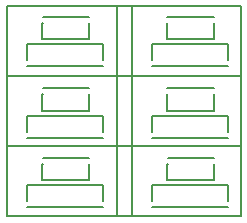
<source format=gbr>
G04 #@! TF.FileFunction,Legend,Bot*
%FSLAX46Y46*%
G04 Gerber Fmt 4.6, Leading zero omitted, Abs format (unit mm)*
G04 Created by KiCad (PCBNEW 4.0.7-e2-6376~58~ubuntu16.04.1) date Tue Jul 31 21:03:08 2018*
%MOMM*%
%LPD*%
G01*
G04 APERTURE LIST*
%ADD10C,0.100000*%
%ADD11C,0.200000*%
%ADD12C,0.150000*%
G04 APERTURE END LIST*
D10*
D11*
X152830000Y-95160000D02*
X152830000Y-95190000D01*
X133080000Y-95160000D02*
X152830000Y-95160000D01*
X143610000Y-89240000D02*
X143610000Y-107070000D01*
X142390000Y-89240000D02*
X143610000Y-89240000D01*
X142390000Y-107060000D02*
X142390000Y-89240000D01*
X152830000Y-101110000D02*
X152830000Y-101130000D01*
X133060000Y-101110000D02*
X152830000Y-101110000D01*
X133080000Y-107070000D02*
X133080000Y-101100000D01*
X133080000Y-89240000D02*
X133080000Y-107070000D01*
X152830000Y-89240000D02*
X133080000Y-89240000D01*
X152830000Y-107070000D02*
X152830000Y-89240000D01*
X133080000Y-107070000D02*
X152830000Y-107070000D01*
D12*
X150550000Y-103800000D02*
X150550000Y-102650000D01*
X150550000Y-102650000D02*
X150550000Y-102600000D01*
X150550000Y-102100000D02*
X146650000Y-102100000D01*
X146650000Y-102600000D02*
X146600000Y-102600000D01*
X146600000Y-102600000D02*
X146600000Y-103750000D01*
X146600000Y-103750000D02*
X146600000Y-103950000D01*
X146600000Y-103950000D02*
X146600000Y-104000000D01*
X146600000Y-104000000D02*
X150550000Y-104000000D01*
X150550000Y-104000000D02*
X150550000Y-103800000D01*
X151760000Y-105600000D02*
X151760000Y-104450000D01*
X151760000Y-104450000D02*
X151760000Y-104400000D01*
X151760000Y-104400000D02*
X145410000Y-104400000D01*
X145410000Y-104400000D02*
X145360000Y-104400000D01*
X145360000Y-104400000D02*
X145360000Y-105750000D01*
X145360000Y-105750000D02*
X145360000Y-105800000D01*
X145360000Y-106300000D02*
X151760000Y-106300000D01*
X151760000Y-105800000D02*
X151760000Y-105600000D01*
X150540000Y-97910000D02*
X150540000Y-96760000D01*
X150540000Y-96760000D02*
X150540000Y-96710000D01*
X150540000Y-96210000D02*
X146640000Y-96210000D01*
X146640000Y-96710000D02*
X146590000Y-96710000D01*
X146590000Y-96710000D02*
X146590000Y-97860000D01*
X146590000Y-97860000D02*
X146590000Y-98060000D01*
X146590000Y-98060000D02*
X146590000Y-98110000D01*
X146590000Y-98110000D02*
X150540000Y-98110000D01*
X150540000Y-98110000D02*
X150540000Y-97910000D01*
X151760000Y-99740000D02*
X151760000Y-98590000D01*
X151760000Y-98590000D02*
X151760000Y-98540000D01*
X151760000Y-98540000D02*
X145410000Y-98540000D01*
X145410000Y-98540000D02*
X145360000Y-98540000D01*
X145360000Y-98540000D02*
X145360000Y-99890000D01*
X145360000Y-99890000D02*
X145360000Y-99940000D01*
X145360000Y-100440000D02*
X151760000Y-100440000D01*
X151760000Y-99940000D02*
X151760000Y-99740000D01*
X150540000Y-91860000D02*
X150540000Y-90710000D01*
X150540000Y-90710000D02*
X150540000Y-90660000D01*
X150540000Y-90160000D02*
X146640000Y-90160000D01*
X146640000Y-90660000D02*
X146590000Y-90660000D01*
X146590000Y-90660000D02*
X146590000Y-91810000D01*
X146590000Y-91810000D02*
X146590000Y-92010000D01*
X146590000Y-92010000D02*
X146590000Y-92060000D01*
X146590000Y-92060000D02*
X150540000Y-92060000D01*
X150540000Y-92060000D02*
X150540000Y-91860000D01*
X151760000Y-93650000D02*
X151760000Y-92500000D01*
X151760000Y-92500000D02*
X151760000Y-92450000D01*
X151760000Y-92450000D02*
X145410000Y-92450000D01*
X145410000Y-92450000D02*
X145360000Y-92450000D01*
X145360000Y-92450000D02*
X145360000Y-93800000D01*
X145360000Y-93800000D02*
X145360000Y-93850000D01*
X145360000Y-94350000D02*
X151760000Y-94350000D01*
X151760000Y-93850000D02*
X151760000Y-93650000D01*
X139990000Y-103800000D02*
X139990000Y-102650000D01*
X139990000Y-102650000D02*
X139990000Y-102600000D01*
X139990000Y-102100000D02*
X136090000Y-102100000D01*
X136090000Y-102600000D02*
X136040000Y-102600000D01*
X136040000Y-102600000D02*
X136040000Y-103750000D01*
X136040000Y-103750000D02*
X136040000Y-103950000D01*
X136040000Y-103950000D02*
X136040000Y-104000000D01*
X136040000Y-104000000D02*
X139990000Y-104000000D01*
X139990000Y-104000000D02*
X139990000Y-103800000D01*
X141170000Y-105590000D02*
X141170000Y-104440000D01*
X141170000Y-104440000D02*
X141170000Y-104390000D01*
X141170000Y-104390000D02*
X134820000Y-104390000D01*
X134820000Y-104390000D02*
X134770000Y-104390000D01*
X134770000Y-104390000D02*
X134770000Y-105740000D01*
X134770000Y-105740000D02*
X134770000Y-105790000D01*
X134770000Y-106290000D02*
X141170000Y-106290000D01*
X141170000Y-105790000D02*
X141170000Y-105590000D01*
X139990000Y-97920000D02*
X139990000Y-96770000D01*
X139990000Y-96770000D02*
X139990000Y-96720000D01*
X139990000Y-96220000D02*
X136090000Y-96220000D01*
X136090000Y-96720000D02*
X136040000Y-96720000D01*
X136040000Y-96720000D02*
X136040000Y-97870000D01*
X136040000Y-97870000D02*
X136040000Y-98070000D01*
X136040000Y-98070000D02*
X136040000Y-98120000D01*
X136040000Y-98120000D02*
X139990000Y-98120000D01*
X139990000Y-98120000D02*
X139990000Y-97920000D01*
X141170000Y-99730000D02*
X141170000Y-98580000D01*
X141170000Y-98580000D02*
X141170000Y-98530000D01*
X141170000Y-98530000D02*
X134820000Y-98530000D01*
X134820000Y-98530000D02*
X134770000Y-98530000D01*
X134770000Y-98530000D02*
X134770000Y-99880000D01*
X134770000Y-99880000D02*
X134770000Y-99930000D01*
X134770000Y-100430000D02*
X141170000Y-100430000D01*
X141170000Y-99930000D02*
X141170000Y-99730000D01*
X139990000Y-91860000D02*
X139990000Y-90710000D01*
X139990000Y-90710000D02*
X139990000Y-90660000D01*
X139990000Y-90160000D02*
X136090000Y-90160000D01*
X136090000Y-90660000D02*
X136040000Y-90660000D01*
X136040000Y-90660000D02*
X136040000Y-91810000D01*
X136040000Y-91810000D02*
X136040000Y-92010000D01*
X136040000Y-92010000D02*
X136040000Y-92060000D01*
X136040000Y-92060000D02*
X139990000Y-92060000D01*
X139990000Y-92060000D02*
X139990000Y-91860000D01*
X141170000Y-93650000D02*
X141170000Y-92500000D01*
X141170000Y-92500000D02*
X141170000Y-92450000D01*
X141170000Y-92450000D02*
X134820000Y-92450000D01*
X134820000Y-92450000D02*
X134770000Y-92450000D01*
X134770000Y-92450000D02*
X134770000Y-93800000D01*
X134770000Y-93800000D02*
X134770000Y-93850000D01*
X134770000Y-94350000D02*
X141170000Y-94350000D01*
X141170000Y-93850000D02*
X141170000Y-93650000D01*
M02*

</source>
